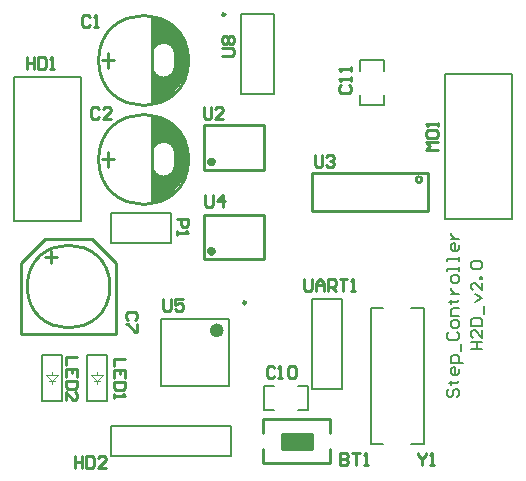
<source format=gto>
G04 Layer_Color=65535*
%FSTAX24Y24*%
%MOIN*%
G70*
G01*
G75*
%ADD26C,0.0079*%
%ADD42C,0.0100*%
%ADD43C,0.0236*%
%ADD44C,0.0098*%
%ADD45C,0.0300*%
%ADD46C,0.0070*%
%ADD47C,0.0039*%
%ADD48C,0.0050*%
%ADD49C,0.0070*%
%ADD50R,0.1000X0.0500*%
G36*
X03078Y033505D02*
X03124Y033145D01*
X03155Y032375D01*
X03147Y031615D01*
X03091Y030935D01*
X03032Y030715D01*
X03031Y031855D01*
X03045Y031685D01*
X0308Y031595D01*
X03105Y031785D01*
X03113Y032185D01*
X03104Y032635D01*
X03082Y032795D01*
X0306D01*
X03032Y032585D01*
Y033675D01*
X03078Y033505D01*
D02*
G37*
G36*
Y036805D02*
X03124Y036445D01*
X03155Y035675D01*
X03147Y034915D01*
X03091Y034235D01*
X03032Y034015D01*
X03031Y035155D01*
X03045Y034985D01*
X0308Y034895D01*
X03105Y035085D01*
X03113Y035485D01*
X03104Y035935D01*
X03082Y036095D01*
X0306D01*
X03032Y035885D01*
Y036975D01*
X03078Y036805D01*
D02*
G37*
D26*
X02572Y03012D02*
Y03495D01*
X02795D01*
Y03012D02*
Y03495D01*
X02572Y03012D02*
X02795D01*
X02895Y0294D02*
Y0304D01*
X03095D01*
Y0294D02*
Y0304D01*
X02895Y0294D02*
X03095D01*
X030638Y024638D02*
Y026882D01*
X032882Y024638D02*
Y026882D01*
X030638Y024638D02*
X032882D01*
X030638Y026882D02*
X032882D01*
X033307Y034381D02*
X034409D01*
X033307Y037019D02*
X034409D01*
Y034381D02*
Y037019D01*
X033307Y034381D02*
Y037019D01*
X04233Y0302D02*
Y03503D01*
X0401Y0302D02*
X04233D01*
X0401D02*
Y03503D01*
X04233D01*
X02895Y0223D02*
Y0233D01*
X03295D01*
X02895Y0223D02*
X03295D01*
Y0233D01*
X03565Y02755D02*
X03665D01*
Y02455D02*
Y02755D01*
X03565Y02455D02*
X03665D01*
X03565D02*
Y02755D01*
X040224Y024541D02*
X040158Y024476D01*
Y024344D01*
X040224Y024279D01*
X04029D01*
X040355Y024344D01*
Y024476D01*
X040421Y024541D01*
X040486D01*
X040552Y024476D01*
Y024344D01*
X040486Y024279D01*
X040224Y024738D02*
X04029D01*
Y024672D01*
Y024804D01*
Y024738D01*
X040486D01*
X040552Y024804D01*
Y025197D02*
Y025066D01*
X040486Y025D01*
X040355D01*
X04029Y025066D01*
Y025197D01*
X040355Y025263D01*
X040421D01*
Y025D01*
X040683Y025394D02*
X04029D01*
Y025591D01*
X040355Y025656D01*
X040486D01*
X040552Y025591D01*
Y025394D01*
X040618Y025787D02*
Y02605D01*
X040224Y026443D02*
X040158Y026378D01*
Y026247D01*
X040224Y026181D01*
X040486D01*
X040552Y026247D01*
Y026378D01*
X040486Y026443D01*
X040552Y02664D02*
Y026771D01*
X040486Y026837D01*
X040355D01*
X04029Y026771D01*
Y02664D01*
X040355Y026575D01*
X040486D01*
X040552Y02664D01*
Y026968D02*
X04029D01*
Y027165D01*
X040355Y027231D01*
X040552D01*
X040224Y027427D02*
X04029D01*
Y027362D01*
Y027493D01*
Y027427D01*
X040486D01*
X040552Y027493D01*
X04029Y02769D02*
X040552D01*
X040421D01*
X040355Y027755D01*
X04029Y027821D01*
Y027887D01*
X040552Y028149D02*
Y02828D01*
X040486Y028346D01*
X040355D01*
X04029Y02828D01*
Y028149D01*
X040355Y028083D01*
X040486D01*
X040552Y028149D01*
Y028477D02*
Y028608D01*
Y028542D01*
X040158D01*
Y028477D01*
X040552Y028805D02*
Y028936D01*
Y02887D01*
X040158D01*
Y028805D01*
X040552Y02933D02*
Y029198D01*
X040486Y029133D01*
X040355D01*
X04029Y029198D01*
Y02933D01*
X040355Y029395D01*
X040421D01*
Y029133D01*
X04029Y029526D02*
X040552D01*
X040421D01*
X040355Y029592D01*
X04029Y029658D01*
Y029723D01*
X040951Y025853D02*
X041344D01*
X041148D01*
Y026115D01*
X040951D01*
X041344D01*
Y026509D02*
Y026247D01*
X041082Y026509D01*
X041016D01*
X040951Y026443D01*
Y026312D01*
X041016Y026247D01*
X040951Y02664D02*
X041344D01*
Y026837D01*
X041279Y026903D01*
X041016D01*
X040951Y026837D01*
Y02664D01*
X04141Y027034D02*
Y027296D01*
X041082Y027427D02*
X041344Y027559D01*
X041082Y02769D01*
X041344Y028083D02*
Y027821D01*
X041082Y028083D01*
X041016D01*
X040951Y028018D01*
Y027887D01*
X041016Y027821D01*
X041344Y028214D02*
X041279D01*
Y02828D01*
X041344D01*
Y028214D01*
X041016Y028542D02*
X040951Y028608D01*
Y028739D01*
X041016Y028805D01*
X041279D01*
X041344Y028739D01*
Y028608D01*
X041279Y028542D01*
X041016D01*
D42*
X03072Y031605D02*
G03*
X03111Y031985I000005J000385D01*
G01*
X03033Y031965D02*
G03*
X03072Y031605I000375J000015D01*
G01*
X03111Y032435D02*
G03*
X0307Y032785I-00038J-00003D01*
G01*
X0307Y032786D02*
G03*
X03033Y032435I000005J-000376D01*
G01*
X03155Y032185D02*
G03*
X03155Y032185I-0015J0D01*
G01*
X03933Y03151D02*
G03*
X03933Y03151I-0001J0D01*
G01*
X03072Y034905D02*
G03*
X03111Y035285I000005J000385D01*
G01*
X03033Y035265D02*
G03*
X03072Y034905I000375J000015D01*
G01*
X03111Y035735D02*
G03*
X0307Y036085I-00038J-00003D01*
G01*
X0307Y036086D02*
G03*
X03033Y035735I000005J-000376D01*
G01*
X03155Y035485D02*
G03*
X03155Y035485I-0015J0D01*
G01*
X028928Y02795D02*
G03*
X028928Y02795I-001378J0D01*
G01*
X03111Y031915D02*
Y032465D01*
X03033Y031945D02*
Y032435D01*
X02885Y031935D02*
Y032435D01*
X02865Y032185D02*
X02905D01*
X03032Y030745D02*
Y033665D01*
X035666Y031721D02*
X039524D01*
X035666Y030462D02*
X039524D01*
X035666D02*
Y031721D01*
X03953Y03051D02*
Y03171D01*
X03111Y035215D02*
Y035765D01*
X03033Y035245D02*
Y035735D01*
X02885Y035235D02*
Y035735D01*
X02865Y035485D02*
X02905D01*
X03032Y034045D02*
Y036965D01*
X03626Y02207D02*
Y02252D01*
Y02308D02*
Y02353D01*
X03465Y02255D02*
Y02305D01*
Y02255D02*
X03565D01*
Y02305D01*
X03465D02*
X03565D01*
X03404Y02353D02*
X03626D01*
X03404Y02207D02*
X03626D01*
X03404D02*
Y02252D01*
Y02308D02*
Y02353D01*
X026959Y028737D02*
Y029131D01*
X026763Y028934D02*
X027156D01*
X025975Y026375D02*
X029125D01*
X025975D02*
Y028737D01*
X026763Y029525D01*
X028337D01*
X029125Y028737D01*
Y026375D02*
Y028737D01*
X03205Y03183D02*
X03405D01*
Y03332D01*
X03205D02*
X03405D01*
X03205Y03183D02*
Y03332D01*
Y028855D02*
X03405D01*
Y030345D01*
X03205D02*
X03405D01*
X03205Y028855D02*
Y030345D01*
X032656Y03565D02*
X032984D01*
X03305Y035716D01*
Y035847D01*
X032984Y035912D01*
X032656D01*
X032722Y036044D02*
X032656Y036109D01*
Y03624D01*
X032722Y036306D01*
X032788D01*
X032853Y03624D01*
X032919Y036306D01*
X032984D01*
X03305Y03624D01*
Y036109D01*
X032984Y036044D01*
X032919D01*
X032853Y036109D01*
X032788Y036044D01*
X032722D01*
X032853Y036109D02*
Y03624D01*
X02615Y035594D02*
Y0352D01*
Y035397D01*
X026412D01*
Y035594D01*
Y0352D01*
X026544Y035594D02*
Y0352D01*
X02674D01*
X026806Y035266D01*
Y035528D01*
X02674Y035594D01*
X026544D01*
X026937Y0352D02*
X027068D01*
X027003D01*
Y035594D01*
X026937Y035528D01*
X03115Y0302D02*
X031544D01*
Y030003D01*
X031478Y029938D01*
X031347D01*
X031281Y030003D01*
Y0302D01*
X03115Y029806D02*
Y029675D01*
Y029741D01*
X031544D01*
X031478Y029806D01*
X0392Y022394D02*
Y022328D01*
X039331Y022197D01*
X039462Y022328D01*
Y022394D01*
X039331Y022197D02*
Y022D01*
X039594D02*
X039725D01*
X039659D01*
Y022394D01*
X039594Y022328D01*
X0354Y028194D02*
Y027866D01*
X035466Y0278D01*
X035597D01*
X035662Y027866D01*
Y028194D01*
X035794Y0278D02*
Y028062D01*
X035925Y028194D01*
X036056Y028062D01*
Y0278D01*
Y027997D01*
X035794D01*
X036187Y0278D02*
Y028194D01*
X036384D01*
X03645Y028128D01*
Y027997D01*
X036384Y027931D01*
X036187D01*
X036318D02*
X03645Y0278D01*
X036581Y028194D02*
X036843D01*
X036712D01*
Y0278D01*
X036974D02*
X037105D01*
X03704D01*
Y028194D01*
X036974Y028128D01*
X0307Y027544D02*
Y027216D01*
X030766Y02715D01*
X030897D01*
X030962Y027216D01*
Y027544D01*
X031356D02*
X031094D01*
Y027347D01*
X031225Y027412D01*
X03129D01*
X031356Y027347D01*
Y027216D01*
X03129Y02715D01*
X031159D01*
X031094Y027216D01*
X03575Y032344D02*
Y032016D01*
X035816Y03195D01*
X035947D01*
X036012Y032016D01*
Y032344D01*
X036144Y032278D02*
X036209Y032344D01*
X03634D01*
X036406Y032278D01*
Y032212D01*
X03634Y032147D01*
X036275D01*
X03634D01*
X036406Y032081D01*
Y032016D01*
X03634Y03195D01*
X036209D01*
X036144Y032016D01*
X03205Y033944D02*
Y033616D01*
X032116Y03355D01*
X032247D01*
X032312Y033616D01*
Y033944D01*
X032706Y03355D02*
X032444D01*
X032706Y033812D01*
Y033878D01*
X03264Y033944D01*
X032509D01*
X032444Y033878D01*
X03985Y0325D02*
X039456D01*
X039588Y032631D01*
X039456Y032762D01*
X03985D01*
X039456Y03309D02*
Y032959D01*
X039522Y032894D01*
X039784D01*
X03985Y032959D01*
Y03309D01*
X039784Y033156D01*
X039522D01*
X039456Y03309D01*
X03985Y033287D02*
Y033418D01*
Y033353D01*
X039456D01*
X039522Y033287D01*
X02775Y022294D02*
Y0219D01*
Y022097D01*
X028012D01*
Y022294D01*
Y0219D01*
X028144Y022294D02*
Y0219D01*
X02834D01*
X028406Y021966D01*
Y022228D01*
X02834Y022294D01*
X028144D01*
X0288Y0219D02*
X028537D01*
X0288Y022162D01*
Y022228D01*
X028734Y022294D01*
X028603D01*
X028537Y022228D01*
X036622Y034662D02*
X036556Y034597D01*
Y034466D01*
X036622Y0344D01*
X036884D01*
X03695Y034466D01*
Y034597D01*
X036884Y034662D01*
X03695Y034794D02*
Y034925D01*
Y034859D01*
X036556D01*
X036622Y034794D01*
X03695Y035122D02*
Y035253D01*
Y035187D01*
X036556D01*
X036622Y035122D01*
X034412Y025228D02*
X034347Y025294D01*
X034216D01*
X03415Y025228D01*
Y024966D01*
X034216Y0249D01*
X034347D01*
X034412Y024966D01*
X034544Y0249D02*
X034675D01*
X034609D01*
Y025294D01*
X034544Y025228D01*
X034872D02*
X034937Y025294D01*
X035068D01*
X035134Y025228D01*
Y024966D01*
X035068Y0249D01*
X034937D01*
X034872Y024966D01*
Y025228D01*
X028562Y033878D02*
X028497Y033944D01*
X028366D01*
X0283Y033878D01*
Y033616D01*
X028366Y03355D01*
X028497D01*
X028562Y033616D01*
X028956Y03355D02*
X028694D01*
X028956Y033812D01*
Y033878D01*
X02889Y033944D01*
X028759D01*
X028694Y033878D01*
X028262Y036928D02*
X028197Y036994D01*
X028066D01*
X028Y036928D01*
Y036666D01*
X028066Y0366D01*
X028197D01*
X028262Y036666D01*
X028394Y0366D02*
X028525D01*
X028459D01*
Y036994D01*
X028394Y036928D01*
X029444Y02555D02*
X02905D01*
Y025288D01*
X029444Y024894D02*
Y025156D01*
X02905D01*
Y024894D01*
X029247Y025156D02*
Y025025D01*
X029444Y024763D02*
X02905D01*
Y024566D01*
X029116Y0245D01*
X029378D01*
X029444Y024566D01*
Y024763D01*
X02905Y024369D02*
Y024238D01*
Y024304D01*
X029444D01*
X029378Y024369D01*
X027844Y0256D02*
X02745D01*
Y025338D01*
X027844Y024944D02*
Y025206D01*
X02745D01*
Y024944D01*
X027647Y025206D02*
Y025075D01*
X027844Y024813D02*
X02745D01*
Y024616D01*
X027516Y02455D01*
X027778D01*
X027844Y024616D01*
Y024813D01*
X02745Y024157D02*
Y024419D01*
X027712Y024157D01*
X027778D01*
X027844Y024222D01*
Y024354D01*
X027778Y024419D01*
X0366Y022394D02*
Y022D01*
X036797D01*
X036862Y022066D01*
Y022131D01*
X036797Y022197D01*
X0366D01*
X036797D01*
X036862Y022262D01*
Y022328D01*
X036797Y022394D01*
X0366D01*
X036994D02*
X037256D01*
X037125D01*
Y022D01*
X037387D02*
X037518D01*
X037453D01*
Y022394D01*
X037387Y022328D01*
X029778Y026838D02*
X029844Y026903D01*
Y027034D01*
X029778Y0271D01*
X029516D01*
X02945Y027034D01*
Y026903D01*
X029516Y026838D01*
X029844Y026706D02*
Y026444D01*
X029778D01*
X029516Y026706D01*
X02945D01*
X0321Y030994D02*
Y030666D01*
X032166Y0306D01*
X032297D01*
X032362Y030666D01*
Y030994D01*
X03269Y0306D02*
Y030994D01*
X032494Y030797D01*
X032756D01*
D43*
X032606Y026488D02*
G03*
X032606Y026488I-000118J0D01*
G01*
D44*
X033463Y027414D02*
G03*
X033463Y027414I-000049J0D01*
G01*
X032766Y037019D02*
G03*
X032766Y037019I-000049J0D01*
G01*
D45*
X03231Y0321D02*
G03*
X03231Y032101I-000041J-000012D01*
G01*
X03231Y029125D02*
G03*
X03231Y029126I-000041J-000012D01*
G01*
D46*
X037614Y022716D02*
X038028D01*
X038972D02*
X039386D01*
X037614Y027244D02*
X038028D01*
X038972D02*
X039386D01*
X037614Y022716D02*
Y027244D01*
X039386Y022716D02*
Y027244D01*
D47*
X027Y0247D02*
Y0248D01*
Y025D02*
Y0251D01*
X0269Y0248D02*
X0271D01*
X027D02*
X0272Y025D01*
X0268D02*
X027Y0248D01*
X0268Y025D02*
X0272D01*
X0285Y0247D02*
Y0248D01*
Y025D02*
Y0251D01*
X0284Y0248D02*
X0286D01*
X0285D02*
X0287Y025D01*
X0283D02*
X0285Y0248D01*
X0283Y025D02*
X0287D01*
D48*
X02666Y02567D02*
X02733D01*
Y02414D02*
Y02567D01*
X02666Y02414D02*
X02733D01*
X02666D02*
Y02567D01*
X02816D02*
X02883D01*
Y02414D02*
Y02567D01*
X02816Y02414D02*
X02883D01*
X02816D02*
Y02567D01*
D49*
X0352Y02465D02*
X03554D01*
Y02425D02*
Y02465D01*
Y02385D02*
Y02425D01*
X0352Y02385D02*
X03554D01*
X03406D02*
X0344D01*
X03406D02*
Y02425D01*
Y02465D01*
X0344D01*
X03805Y03401D02*
Y03435D01*
X03765Y03401D02*
X03805D01*
X03725D02*
X03765D01*
X03725D02*
Y03435D01*
Y03515D02*
Y03549D01*
X03765D01*
X03805D01*
Y03515D02*
Y03549D01*
D50*
X03515Y0228D02*
D03*
M02*

</source>
